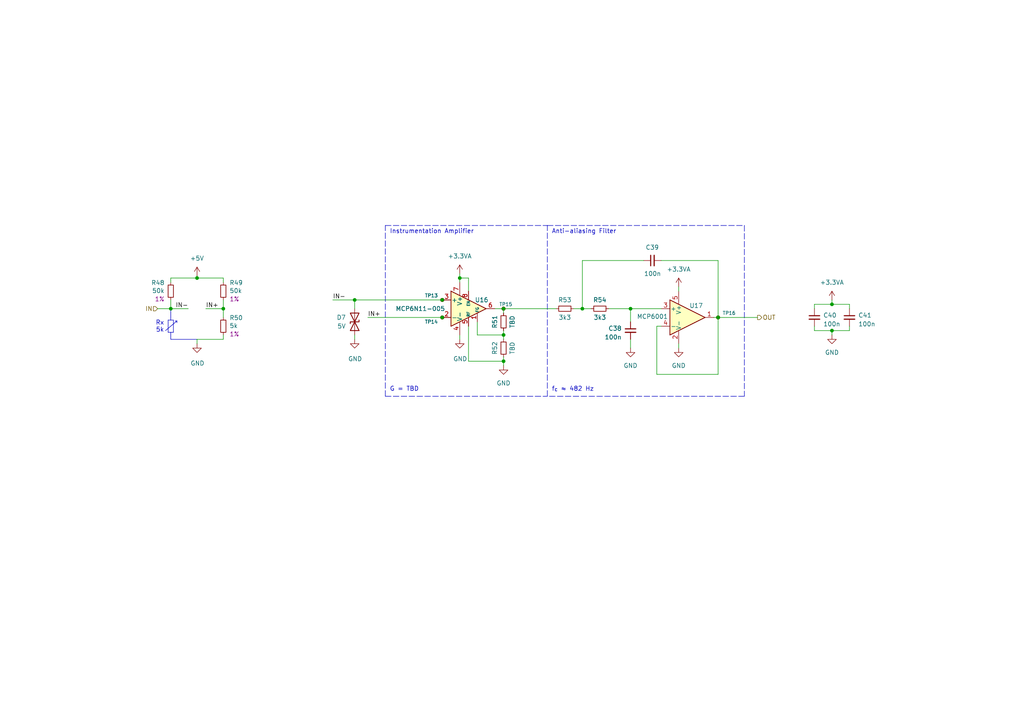
<source format=kicad_sch>
(kicad_sch (version 20231120) (generator "eeschema") (generator_version "8.0")
  (paper "A4")
  (lib_symbols
    (symbol "Amplifier_Operational:MCP6001-OT" (pin_names (offset 0.127))
      (property "Reference" "U" (at -1.27 6.35 0))
      (property "Value" "MCP6001-OT" (at -1.27 3.81 0))
      (symbol "MCP6001-OT_0_1"
        (polyline (pts (xy -5.08 5.08) (xy 5.08 0) (xy -5.08 -5.08) (xy -5.08 5.08)) (stroke (width 0.254)) (fill (type background)))
        (pin power_in line (at -2.54 -7.62 90) (length 3.81) (name "V-") (number "2"))
        (pin power_in line (at -2.54 7.62 270) (length 3.81) (name "V+") (number "5"))
      )
      (symbol "MCP6001-OT_1_1"
        (pin output line (at 7.62 0 180) (length 2.54) (name "~") (number "1"))
        (pin input line (at -7.62 2.54 0) (length 2.54) (name "+") (number "3"))
        (pin input line (at -7.62 -2.54 0) (length 2.54) (name "-") (number "4"))
      )
    )
    (symbol "Connector:TestPoint_Small" (pin_numbers hide) (pin_names (offset 0.762) hide)
      (property "Reference" "TP" (at 0 3.81 0))
      (property "Value" "TestPoint_Small" (at 0 2.032 0))
      (symbol "TestPoint_Small_0_1"
        (circle (center 0 0) (radius 0.508))
      )
      (symbol "TestPoint_Small_1_1"
        (pin passive line (at 0 0 90) (length 0) (name "1") (number "1"))
      )
    )
    (symbol "Device:C_Small" (pin_numbers hide) (pin_names (offset 0.254) hide)
      (property "Reference" "C" (at 0.254 1.778 0))
      (property "Value" "C_Small" (at 0.254 -2.032 0))
      (symbol "C_Small_0_1"
        (polyline (pts (xy -1.524 -0.508) (xy 1.524 -0.508)) (stroke (width 0.3302)))
        (polyline (pts (xy -1.524 0.508) (xy 1.524 0.508)) (stroke (width 0.3048)))
      )
      (symbol "C_Small_1_1"
        (pin passive line (at 0 2.54 270) (length 2.032) (name "~") (number "1"))
        (pin passive line (at 0 -2.54 90) (length 2.032) (name "~") (number "2"))
      )
    )
    (symbol "Device:D_TVS" (pin_numbers hide) (pin_names (offset 1.016) hide)
      (property "Reference" "D" (at 0 2.54 0))
      (property "Value" "D_TVS" (at 0 -2.54 0))
      (symbol "D_TVS_0_1"
        (polyline (pts (xy 1.27 0) (xy -1.27 0)))
        (polyline (pts (xy 0.508 1.27) (xy 0 1.27) (xy 0 -1.27) (xy -0.508 -1.27)) (stroke (width 0.254)))
        (polyline (pts (xy -2.54 1.27) (xy -2.54 -1.27) (xy 2.54 1.27) (xy 2.54 -1.27) (xy -2.54 1.27)) (stroke (width 0.254)))
      )
      (symbol "D_TVS_1_1"
        (pin passive line (at -3.81 0 0) (length 2.54) (name "A1") (number "1"))
        (pin passive line (at 3.81 0 180) (length 2.54) (name "A2") (number "2"))
      )
    )
    (symbol "Device:R_Small" (pin_numbers hide) (pin_names (offset 0.254) hide)
      (property "Reference" "R" (at 0.762 0.508 0))
      (property "Value" "R_Small" (at 0.762 -1.016 0))
      (symbol "R_Small_0_1"
        (rectangle (start -0.762 1.778) (end 0.762 -1.778) (stroke (width 0.2032)))
      )
      (symbol "R_Small_1_1"
        (pin passive line (at 0 2.54 270) (length 0.762) (name "~") (number "1"))
        (pin passive line (at 0 -2.54 90) (length 0.762) (name "~") (number "2"))
      )
    )
    (symbol "MCP6N11:MCP6N11" (pin_names (offset 0.127))
      (property "Reference" "U" (at 3.81 6.35 0))
      (property "Value" "MCP6N11-xE" (at 3.81 3.81 0))
      (symbol "MCP6N11_0_1"
        (polyline (pts (xy -5.08 5.08) (xy 5.08 0) (xy -5.08 -5.08) (xy -5.08 5.08)) (stroke (width 0.254)) (fill (type background)))
      )
      (symbol "MCP6N11_1_1"
        (pin passive line (at 2.54 -3.81 90) (length 2.54) (name "FG") (number "1"))
        (pin input line (at -7.62 -2.54 0) (length 2.54) (name "-") (number "2"))
        (pin input line (at -7.62 2.54 0) (length 2.54) (name "+") (number "3"))
        (pin power_in line (at -2.54 -7.62 90) (length 3.81) (name "V-") (number "4"))
        (pin passive line (at 0 -5.08 90) (length 2.54) (name "RF") (number "5"))
        (pin output line (at 7.62 0 180) (length 2.54) (name "~") (number "6"))
        (pin power_in line (at -2.54 7.62 270) (length 3.81) (name "V+") (number "7"))
        (pin input line (at 0 5.08 270) (length 2.54) (name "EN") (number "8"))
        (pin passive line (at -2.54 -7.62 90) (length 3.81) hide (name "EP") (number "9"))
      )
    )
    (symbol "power:+3.3VA" (power) (pin_names (offset 0))
      (property "Value" "+3.3VA" (at 0 3.556 0))
      (symbol "+3.3VA_0_1"
        (polyline (pts (xy -0.762 1.27) (xy 0 2.54)))
        (polyline (pts (xy 0 0) (xy 0 2.54)))
        (polyline (pts (xy 0 2.54) (xy 0.762 1.27)))
      )
      (symbol "+3.3VA_1_1"
        (pin power_in line (at 0 0 90) (length 0) hide (name "+3.3VA") (number "1"))
      )
    )
    (symbol "power:+5V" (power) (pin_names (offset 0))
      (property "Value" "+5V" (at 0 3.556 0))
      (symbol "+5V_0_1"
        (polyline (pts (xy -0.762 1.27) (xy 0 2.54)))
        (polyline (pts (xy 0 0) (xy 0 2.54)))
        (polyline (pts (xy 0 2.54) (xy 0.762 1.27)))
      )
      (symbol "+5V_1_1"
        (pin power_in line (at 0 0 90) (length 0) hide (name "+5V") (number "1"))
      )
    )
    (symbol "power:GND" (power) (pin_names (offset 0))
      (property "Value" "GND" (at 0 -3.81 0))
      (symbol "GND_0_1"
        (polyline (pts (xy 0 0) (xy 0 -1.27) (xy 1.27 -1.27) (xy 0 -2.54) (xy -1.27 -1.27) (xy 0 -1.27)))
      )
      (symbol "GND_1_1"
        (pin power_in line (at 0 0 270) (length 0) hide (name "GND") (number "1"))
      )
    )
  )
  (junction (at 241.3 88.265))
  (junction (at 128.27 86.995))
  (junction (at 57.15 80.645))
  (junction (at 102.87 86.995))
  (junction (at 146.05 104.775))
  (junction (at 168.91 89.535))
  (junction (at 146.05 97.155))
  (junction (at 241.3 95.885))
  (junction (at 182.88 89.535))
  (junction (at 146.05 89.535))
  (junction (at 128.27 92.075))
  (junction (at 133.35 80.645))
  (junction (at 64.77 89.535))
  (junction (at 49.53 89.535))
  (junction (at 208.28 92.075))
  (wire (pts (xy 182.88 98.425) (xy 182.88 100.965)))
  (polyline (pts (xy 111.76 65.405) (xy 158.75 65.405)) (stroke (width 0) (type dash)))
  (polyline (pts (xy 215.9 114.935) (xy 158.75 114.935)) (stroke (width 0) (type dash)))
  (polyline (pts (xy 48.768 92.837) (xy 48.768 96.393)))
  (wire (pts (xy 190.5 108.585) (xy 208.28 108.585)))
  (wire (pts (xy 182.88 89.535) (xy 182.88 93.345)))
  (wire (pts (xy 106.68 92.075) (xy 128.27 92.075)))
  (wire (pts (xy 166.37 89.535) (xy 168.91 89.535)))
  (wire (pts (xy 168.91 89.535) (xy 171.45 89.535)))
  (wire (pts (xy 49.53 80.645) (xy 57.15 80.645)))
  (wire (pts (xy 246.38 95.885) (xy 241.3 95.885)))
  (wire (pts (xy 168.91 75.565) (xy 186.69 75.565)))
  (wire (pts (xy 49.53 89.535) (xy 54.61 89.535)))
  (polyline (pts (xy 111.76 114.935) (xy 111.76 65.405)) (stroke (width 0) (type dash)))
  (wire (pts (xy 64.77 89.535) (xy 59.69 89.535)))
  (polyline (pts (xy 51.308 93.091) (xy 51.308 93.599)))
  (wire (pts (xy 102.87 86.995) (xy 128.27 86.995)))
  (wire (pts (xy 102.87 98.425) (xy 102.87 97.155)))
  (wire (pts (xy 133.35 79.375) (xy 133.35 80.645)))
  (wire (pts (xy 241.3 97.155) (xy 241.3 95.885)))
  (wire (pts (xy 146.05 103.505) (xy 146.05 104.775)))
  (wire (pts (xy 49.53 86.995) (xy 49.53 89.535)))
  (wire (pts (xy 191.77 75.565) (xy 208.28 75.565)))
  (wire (pts (xy 196.85 100.965) (xy 196.85 99.695)))
  (polyline (pts (xy 50.292 96.393) (xy 48.768 96.393)))
  (wire (pts (xy 57.15 80.01) (xy 57.15 80.645)))
  (wire (pts (xy 176.53 89.535) (xy 182.88 89.535)))
  (wire (pts (xy 64.77 89.535) (xy 64.77 92.075)))
  (polyline (pts (xy 215.9 65.405) (xy 215.9 114.935)) (stroke (width 0) (type dash)))
  (wire (pts (xy 138.43 97.155) (xy 146.05 97.155)))
  (polyline (pts (xy 50.292 92.837) (xy 50.292 96.393)))
  (polyline (pts (xy 50.8 93.091) (xy 51.308 93.091)))
  (wire (pts (xy 208.28 75.565) (xy 208.28 92.075)))
  (wire (pts (xy 246.38 89.535) (xy 246.38 88.265)))
  (wire (pts (xy 196.85 83.185) (xy 196.85 84.455)))
  (wire (pts (xy 133.35 98.425) (xy 133.35 97.155)))
  (wire (pts (xy 191.77 94.615) (xy 190.5 94.615)))
  (wire (pts (xy 133.35 80.645) (xy 135.89 80.645)))
  (wire (pts (xy 241.3 88.265) (xy 241.3 86.995)))
  (wire (pts (xy 96.52 86.995) (xy 102.87 86.995)))
  (wire (pts (xy 49.53 80.645) (xy 49.53 81.915)))
  (wire (pts (xy 236.22 88.265) (xy 236.22 89.535)))
  (wire (pts (xy 64.77 97.155) (xy 64.77 98.425)))
  (wire (pts (xy 236.22 88.265) (xy 241.3 88.265)))
  (wire (pts (xy 208.28 108.585) (xy 208.28 92.075)))
  (wire (pts (xy 208.28 92.075) (xy 219.71 92.075)))
  (polyline (pts (xy 49.53 89.916) (xy 49.53 92.837)))
  (wire (pts (xy 102.87 89.535) (xy 102.87 86.995)))
  (wire (pts (xy 208.28 92.075) (xy 207.01 92.075)))
  (wire (pts (xy 146.05 89.535) (xy 146.05 90.805)))
  (wire (pts (xy 64.77 86.995) (xy 64.77 89.535)))
  (wire (pts (xy 57.15 80.645) (xy 64.77 80.645)))
  (wire (pts (xy 246.38 94.615) (xy 246.38 95.885)))
  (polyline (pts (xy 158.75 114.935) (xy 158.75 65.405)) (stroke (width 0) (type dash)))
  (wire (pts (xy 133.35 80.645) (xy 133.35 81.915)))
  (wire (pts (xy 146.05 95.885) (xy 146.05 97.155)))
  (wire (pts (xy 236.22 95.885) (xy 241.3 95.885)))
  (polyline (pts (xy 51.308 93.091) (xy 48.006 95.885)))
  (wire (pts (xy 190.5 94.615) (xy 190.5 108.585)))
  (wire (pts (xy 236.22 94.615) (xy 236.22 95.885)))
  (wire (pts (xy 57.15 98.425) (xy 64.77 98.425)))
  (polyline (pts (xy 111.76 114.935) (xy 158.75 114.935)) (stroke (width 0) (type dash)))
  (polyline (pts (xy 57.15 98.425) (xy 49.53 98.425)))
  (wire (pts (xy 64.77 80.645) (xy 64.77 81.915)))
  (polyline (pts (xy 158.75 65.405) (xy 215.9 65.405)) (stroke (width 0) (type dash)))
  (wire (pts (xy 45.72 89.535) (xy 49.53 89.535)))
  (wire (pts (xy 168.91 75.565) (xy 168.91 89.535)))
  (wire (pts (xy 246.38 88.265) (xy 241.3 88.265)))
  (polyline (pts (xy 49.53 96.393) (xy 49.53 98.425)))
  (polyline (pts (xy 48.768 92.837) (xy 50.292 92.837)))
  (wire (pts (xy 135.89 94.615) (xy 135.89 104.775)))
  (wire (pts (xy 143.51 89.535) (xy 146.05 89.535)))
  (wire (pts (xy 146.05 97.155) (xy 146.05 98.425)))
  (wire (pts (xy 182.88 89.535) (xy 191.77 89.535)))
  (wire (pts (xy 138.43 93.345) (xy 138.43 97.155)))
  (wire (pts (xy 57.15 98.425) (xy 57.15 99.695)))
  (wire (pts (xy 146.05 89.535) (xy 161.29 89.535)))
  (wire (pts (xy 135.89 80.645) (xy 135.89 84.455)))
  (wire (pts (xy 146.05 104.775) (xy 146.05 106.045)))
  (wire (pts (xy 135.89 104.775) (xy 146.05 104.775)))
  (text "G = TBD" (at 113.03 113.665 0) (effects (font (size 1.27 1.27)) (justify left bottom)))
  (text "f_{c} ≈ 482 Hz" (at 160.02 113.665 0) (effects (font (size 1.27 1.27)) (justify left bottom)))
  (text "Instrumentation Amplifier" (at 113.03 67.945 0) (effects (font (size 1.27 1.27)) (justify left bottom)))
  (text "Rx\n5k" (at 47.625 96.52 0) (effects (font (size 1.27 1.27)) (justify right bottom)))
  (text "Anti-aliasing Filter" (at 160.02 67.945 0) (effects (font (size 1.27 1.27)) (justify left bottom)))
  (label "IN-" (at 54.61 89.535 180))
  (label "IN+" (at 106.68 92.075 0))
  (label "IN+" (at 59.69 89.535 0))
  (label "IN-" (at 96.52 86.995 0))
  (hierarchical_label "OUT" (shape output) (at 219.71 92.075 0))
  (hierarchical_label "IN" (shape input) (at 45.72 89.535 180))
  (symbol (lib_id "Device:R_Small") (at 146.05 93.345 180) (unit 1)
    (property "Reference" "R51" (at 143.51 93.345 90))
    (property "Value" "TBD" (at 148.59 93.345 90))
    (property "Footprint" "Resistor_SMD:R_0603_1608Metric" (effects (hide yes)))
    (instances (project "PUTM_EV_Frontbox_2023" (path "" (reference "R51") (unit 1)) (path "" (reference "R76") (unit 1)) (path "" (reference "R83") (unit 1)) (path "" (reference "R97") (unit 1)) (path "" (reference "R18") (unit 1)) (path "" (reference "R90") (unit 1))))
  )
  (symbol (lib_id "Connector:TestPoint_Small") (at 128.27 86.995 0) (unit 1)
    (property "Reference" "TP13" (at 123.19 85.725 0) (effects (font (size 1 1)) (justify left)))
    (property "Value" "TestPoint_Small" (effects (hide yes)))
    (property "Footprint" "TestPoint:TestPoint_Pad_D1.0mm" (effects (hide yes)))
    (instances (project "PUTM_EV_Frontbox_2023" (path "" (reference "TP13") (unit 1)) (path "" (reference "TP29") (unit 1)) (path "" (reference "TP33") (unit 1)) (path "" (reference "TP41") (unit 1)) (path "" (reference "TP5") (unit 1)) (path "" (reference "TP37") (unit 1))))
  )
  (symbol (lib_id "power:GND") (at 182.88 100.965 0) (unit 1)
    (property "Reference" "#PWR0126" (effects (hide yes)))
    (property "Value" "GND" (at 182.88 106.045 0))
    (instances (project "PUTM_EV_Frontbox_2023" (path "" (reference "#PWR0126") (unit 1)) (path "" (reference "#PWR0159") (unit 1)) (path "" (reference "#PWR0170") (unit 1)) (path "" (reference "#PWR0192") (unit 1)) (path "" (reference "#PWR072") (unit 1)) (path "" (reference "#PWR0181") (unit 1))))
  )
  (symbol (lib_id "power:GND") (at 196.85 100.965 0) (unit 1)
    (property "Reference" "#PWR0128" (effects (hide yes)))
    (property "Value" "GND" (at 196.85 106.045 0))
    (instances (project "PUTM_EV_Frontbox_2023" (path "" (reference "#PWR0128") (unit 1)) (path "" (reference "#PWR0161") (unit 1)) (path "" (reference "#PWR0172") (unit 1)) (path "" (reference "#PWR0194") (unit 1)) (path "" (reference "#PWR074") (unit 1)) (path "" (reference "#PWR0183") (unit 1))))
  )
  (symbol (lib_id "power:GND") (at 102.87 98.425 0) (unit 1)
    (property "Reference" "#PWR0122" (effects (hide yes)))
    (property "Value" "GND" (at 102.997 104.0892 0))
    (instances (project "PUTM_EV_Frontbox_2023" (path "" (reference "#PWR0122") (unit 1)) (path "" (reference "#PWR0155") (unit 1)) (path "" (reference "#PWR0166") (unit 1)) (path "" (reference "#PWR0188") (unit 1)) (path "" (reference "#PWR068") (unit 1)) (path "" (reference "#PWR0177") (unit 1))))
  )
  (symbol (lib_id "Device:R_Small") (at 64.77 84.455 0) (unit 1)
    (property "Reference" "R49" (at 66.548 82.0166 0) (effects (justify left)))
    (property "Value" "50k" (at 66.548 84.328 0) (effects (justify left)))
    (property "Footprint" "Resistor_SMD:R_0603_1608Metric" (effects (hide yes)))
    (property "Tolerance" "1%" (at 66.548 86.741 0) (effects (justify left)))
    (instances (project "PUTM_EV_Frontbox_2023" (path "" (reference "R49") (unit 1)) (path "" (reference "R74") (unit 1)) (path "" (reference "R81") (unit 1)) (path "" (reference "R95") (unit 1)) (path "" (reference "R16") (unit 1)) (path "" (reference "R88") (unit 1))))
  )
  (symbol (lib_id "Device:R_Small") (at 163.83 89.535 90) (unit 1)
    (property "Reference" "R53" (at 163.83 86.995 90))
    (property "Value" "3k3" (at 163.83 92.075 90))
    (property "Footprint" "Resistor_SMD:R_0603_1608Metric" (effects (hide yes)))
    (instances (project "PUTM_EV_Frontbox_2023" (path "" (reference "R53") (unit 1)) (path "" (reference "R78") (unit 1)) (path "" (reference "R85") (unit 1)) (path "" (reference "R99") (unit 1)) (path "" (reference "R20") (unit 1)) (path "" (reference "R92") (unit 1))))
  )
  (symbol (lib_id "Device:R_Small") (at 64.77 94.615 0) (unit 1)
    (property "Reference" "R50" (at 66.548 92.1766 0) (effects (justify left)))
    (property "Value" "5k" (at 66.548 94.488 0) (effects (justify left)))
    (property "Footprint" "Resistor_SMD:R_0603_1608Metric" (effects (hide yes)))
    (property "Tolerance" "1%" (at 66.548 96.901 0) (effects (justify left)))
    (instances (project "PUTM_EV_Frontbox_2023" (path "" (reference "R50") (unit 1)) (path "" (reference "R75") (unit 1)) (path "" (reference "R82") (unit 1)) (path "" (reference "R96") (unit 1)) (path "" (reference "R17") (unit 1)) (path "" (reference "R89") (unit 1))))
  )
  (symbol (lib_id "power:GND") (at 133.35 98.425 0) (unit 1)
    (property "Reference" "#PWR0124" (effects (hide yes)))
    (property "Value" "GND" (at 133.477 104.0892 0))
    (instances (project "PUTM_EV_Frontbox_2023" (path "" (reference "#PWR0124") (unit 1)) (path "" (reference "#PWR0157") (unit 1)) (path "" (reference "#PWR0168") (unit 1)) (path "" (reference "#PWR0190") (unit 1)) (path "" (reference "#PWR070") (unit 1)) (path "" (reference "#PWR0179") (unit 1))))
  )
  (symbol (lib_id "MCP6N11:MCP6N11") (at 135.89 89.535 0) (unit 1)
    (property "Reference" "U16" (at 139.7 86.995 0))
    (property "Value" "MCP6N11-005" (at 121.92 89.535 0))
    (property "Footprint" "Package_DFN_QFN:TDFN-8-1EP_3x2mm_P0.5mm_EP1.80x1.65mm" (effects (hide yes)))
    (property "Datasheet" "https://ww1.microchip.com/downloads/en/DeviceDoc/25073A.pdf" (effects (hide yes)))
    (instances (project "PUTM_EV_Frontbox_2023" (path "" (reference "U16") (unit 1)) (path "" (reference "U23") (unit 1)) (path "" (reference "U25") (unit 1)) (path "" (reference "U29") (unit 1)) (path "" (reference "U9") (unit 1)) (path "" (reference "U27") (unit 1))))
  )
  (symbol (lib_id "Amplifier_Operational:MCP6001-OT") (at 199.39 92.075 0) (unit 1)
    (property "Reference" "U17" (at 201.93 88.6461 0))
    (property "Value" "MCP6001" (at 189.23 91.805 0))
    (property "Footprint" "Package_TO_SOT_SMD:SOT-23-5" (effects (hide yes)))
    (property "Datasheet" "https://ww1.microchip.com/downloads/en/DeviceDoc/MCP6001-1R-1U-2-4-1-MHz-Low-Power-Op-Amp-DS20001733L.pdf" (effects (hide yes)))
    (instances (project "PUTM_EV_Frontbox_2023" (path "" (reference "U17") (unit 1)) (path "" (reference "U24") (unit 1)) (path "" (reference "U26") (unit 1)) (path "" (reference "U30") (unit 1)) (path "" (reference "U10") (unit 1)) (path "" (reference "U28") (unit 1))))
  )
  (symbol (lib_id "Connector:TestPoint_Small") (at 128.27 92.075 0) (mirror x) (unit 1)
    (property "Reference" "TP14" (at 123.19 93.345 0) (effects (font (size 1 1)) (justify left)))
    (property "Value" "TestPoint_Small" (effects (hide yes)))
    (property "Footprint" "TestPoint:TestPoint_Pad_D1.0mm" (effects (hide yes)))
    (instances (project "PUTM_EV_Frontbox_2023" (path "" (reference "TP14") (unit 1)) (path "" (reference "TP30") (unit 1)) (path "" (reference "TP34") (unit 1)) (path "" (reference "TP42") (unit 1)) (path "" (reference "TP6") (unit 1)) (path "" (reference "TP38") (unit 1))))
  )
  (symbol (lib_id "power:+3.3VA") (at 241.3 86.995 0) (unit 1)
    (property "Reference" "#PWR0129" (effects (hide yes)))
    (property "Value" "+3.3VA" (at 241.3 81.915 0))
    (instances (project "PUTM_EV_Frontbox_2023" (path "" (reference "#PWR0129") (unit 1)) (path "" (reference "#PWR0162") (unit 1)) (path "" (reference "#PWR0173") (unit 1)) (path "" (reference "#PWR0195") (unit 1)) (path "" (reference "#PWR075") (unit 1)) (path "" (reference "#PWR0184") (unit 1))))
  )
  (symbol (lib_id "power:GND") (at 57.15 99.695 0) (unit 1)
    (property "Reference" "#PWR0121" (effects (hide yes)))
    (property "Value" "GND" (at 57.277 105.3592 0))
    (instances (project "PUTM_EV_Frontbox_2023" (path "" (reference "#PWR0121") (unit 1)) (path "" (reference "#PWR0154") (unit 1)) (path "" (reference "#PWR0165") (unit 1)) (path "" (reference "#PWR0187") (unit 1)) (path "" (reference "#PWR067") (unit 1)) (path "" (reference "#PWR0176") (unit 1))))
  )
  (symbol (lib_id "Connector:TestPoint_Small") (at 208.28 92.075 0) (unit 1)
    (property "Reference" "TP16" (at 209.55 90.805 0) (effects (font (size 1 1)) (justify left)))
    (property "Value" "TestPoint_Small" (effects (hide yes)))
    (property "Footprint" "TestPoint:TestPoint_Pad_D1.0mm" (effects (hide yes)))
    (instances (project "PUTM_EV_Frontbox_2023" (path "" (reference "TP16") (unit 1)) (path "" (reference "TP32") (unit 1)) (path "" (reference "TP36") (unit 1)) (path "" (reference "TP44") (unit 1)) (path "" (reference "TP8") (unit 1)) (path "" (reference "TP40") (unit 1))))
  )
  (symbol (lib_id "Device:R_Small") (at 146.05 100.965 180) (unit 1)
    (property "Reference" "R52" (at 143.51 100.965 90))
    (property "Value" "TBD" (at 148.59 100.965 90))
    (property "Footprint" "Resistor_SMD:R_0603_1608Metric" (effects (hide yes)))
    (instances (project "PUTM_EV_Frontbox_2023" (path "" (reference "R52") (unit 1)) (path "" (reference "R77") (unit 1)) (path "" (reference "R84") (unit 1)) (path "" (reference "R98") (unit 1)) (path "" (reference "R19") (unit 1)) (path "" (reference "R91") (unit 1))))
  )
  (symbol (lib_id "power:GND") (at 241.3 97.155 0) (unit 1)
    (property "Reference" "#PWR0130" (effects (hide yes)))
    (property "Value" "GND" (at 241.3 102.235 0))
    (instances (project "PUTM_EV_Frontbox_2023" (path "" (reference "#PWR0130") (unit 1)) (path "" (reference "#PWR0163") (unit 1)) (path "" (reference "#PWR0174") (unit 1)) (path "" (reference "#PWR0196") (unit 1)) (path "" (reference "#PWR076") (unit 1)) (path "" (reference "#PWR0185") (unit 1))))
  )
  (symbol (lib_id "Device:R_Small") (at 173.99 89.535 90) (unit 1)
    (property "Reference" "R54" (at 173.99 86.995 90))
    (property "Value" "3k3" (at 173.99 92.075 90))
    (property "Footprint" "Resistor_SMD:R_0603_1608Metric" (effects (hide yes)))
    (instances (project "PUTM_EV_Frontbox_2023" (path "" (reference "R54") (unit 1)) (path "" (reference "R79") (unit 1)) (path "" (reference "R86") (unit 1)) (path "" (reference "R100") (unit 1)) (path "" (reference "R21") (unit 1)) (path "" (reference "R93") (unit 1))))
  )
  (symbol (lib_id "Device:C_Small") (at 189.23 75.565 90) (unit 1)
    (property "Reference" "C39" (at 191.1413 71.755 90) (effects (justify left)))
    (property "Value" "100n" (at 191.77 79.375 90) (effects (justify left)))
    (property "Footprint" "Capacitor_SMD:C_0603_1608Metric" (effects (hide yes)))
    (instances (project "PUTM_EV_Frontbox_2023" (path "" (reference "C39") (unit 1)) (path "" (reference "C54") (unit 1)) (path "" (reference "C58") (unit 1)) (path "" (reference "C66") (unit 1)) (path "" (reference "C30") (unit 1)) (path "" (reference "C62") (unit 1))))
  )
  (symbol (lib_id "power:+3.3VA") (at 133.35 79.375 0) (unit 1)
    (property "Reference" "#PWR0123" (effects (hide yes)))
    (property "Value" "+3.3VA" (at 133.35 74.295 0))
    (instances (project "PUTM_EV_Frontbox_2023" (path "" (reference "#PWR0123") (unit 1)) (path "" (reference "#PWR0156") (unit 1)) (path "" (reference "#PWR0167") (unit 1)) (path "" (reference "#PWR0189") (unit 1)) (path "" (reference "#PWR069") (unit 1)) (path "" (reference "#PWR0178") (unit 1))))
  )
  (symbol (lib_id "Device:C_Small") (at 182.88 95.885 0) (mirror y) (unit 1)
    (property "Reference" "C38" (at 180.34 95.2563 0) (effects (justify left)))
    (property "Value" "100n" (at 180.34 97.7963 0) (effects (justify left)))
    (property "Footprint" "Capacitor_SMD:C_0603_1608Metric" (effects (hide yes)))
    (instances (project "PUTM_EV_Frontbox_2023" (path "" (reference "C38") (unit 1)) (path "" (reference "C53") (unit 1)) (path "" (reference "C57") (unit 1)) (path "" (reference "C65") (unit 1)) (path "" (reference "C29") (unit 1)) (path "" (reference "C61") (unit 1))))
  )
  (symbol (lib_id "power:+3.3VA") (at 196.85 83.185 0) (unit 1)
    (property "Reference" "#PWR0127" (effects (hide yes)))
    (property "Value" "+3.3VA" (at 196.85 78.105 0))
    (instances (project "PUTM_EV_Frontbox_2023" (path "" (reference "#PWR0127") (unit 1)) (path "" (reference "#PWR0160") (unit 1)) (path "" (reference "#PWR0171") (unit 1)) (path "" (reference "#PWR0193") (unit 1)) (path "" (reference "#PWR073") (unit 1)) (path "" (reference "#PWR0182") (unit 1))))
  )
  (symbol (lib_id "Device:D_TVS") (at 102.87 93.345 270) (mirror x) (unit 1)
    (property "Reference" "D7" (at 100.33 92.075 90) (effects (justify right)))
    (property "Value" "5V" (at 100.33 94.615 90) (effects (justify right)))
    (property "Footprint" "Diode_SMD:D_SOD-523" (effects (hide yes)))
    (property "Datasheet" "https://www.mouser.pl/datasheet/2/916/PESD5V0V1BB_Q-3081435.pdf" (effects (hide yes)))
    (property "Component" "PESD5V0V1BB-QX" (effects (hide yes)))
    (instances (project "PUTM_EV_Frontbox_2023" (path "" (reference "D7") (unit 1)) (path "" (reference "D10") (unit 1)) (path "" (reference "D11") (unit 1)) (path "" (reference "D13") (unit 1)) (path "" (reference "D5") (unit 1)) (path "" (reference "D12") (unit 1))))
  )
  (symbol (lib_id "Device:R_Small") (at 49.53 84.455 0) (mirror y) (unit 1)
    (property "Reference" "R48" (at 47.752 82.0166 0) (effects (justify left)))
    (property "Value" "50k" (at 47.752 84.328 0) (effects (justify left)))
    (property "Footprint" "Resistor_SMD:R_0603_1608Metric" (effects (hide yes)))
    (property "Tolerance" "1%" (at 47.752 86.741 0) (effects (justify left)))
    (instances (project "PUTM_EV_Frontbox_2023" (path "" (reference "R48") (unit 1)) (path "" (reference "R73") (unit 1)) (path "" (reference "R80") (unit 1)) (path "" (reference "R94") (unit 1)) (path "" (reference "R15") (unit 1)) (path "" (reference "R87") (unit 1))))
  )
  (symbol (lib_id "Connector:TestPoint_Small") (at 146.05 89.535 0) (unit 1)
    (property "Reference" "TP15" (at 144.78 88.265 0) (effects (font (size 1 1)) (justify left)))
    (property "Value" "TestPoint_Small" (effects (hide yes)))
    (property "Footprint" "TestPoint:TestPoint_Pad_D1.0mm" (effects (hide yes)))
    (instances (project "PUTM_EV_Frontbox_2023" (path "" (reference "TP15") (unit 1)) (path "" (reference "TP31") (unit 1)) (path "" (reference "TP35") (unit 1)) (path "" (reference "TP43") (unit 1)) (path "" (reference "TP7") (unit 1)) (path "" (reference "TP39") (unit 1))))
  )
  (symbol (lib_id "Device:C_Small") (at 246.38 92.075 0) (unit 1)
    (property "Reference" "C41" (at 248.92 91.4463 0) (effects (justify left)))
    (property "Value" "100n" (at 248.92 93.9863 0) (effects (justify left)))
    (property "Footprint" "Capacitor_SMD:C_0402_1005Metric_Pad0.74x0.62mm_HandSolder" (effects (hide yes)))
    (instances (project "PUTM_EV_Frontbox_2023" (path "" (reference "C41") (unit 1)) (path "" (reference "C56") (unit 1)) (path "" (reference "C60") (unit 1)) (path "" (reference "C68") (unit 1)) (path "" (reference "C32") (unit 1)) (path "" (reference "C64") (unit 1))))
  )
  (symbol (lib_id "power:+5V") (at 57.15 80.01 0) (unit 1)
    (property "Reference" "#PWR0164" (effects (hide yes)))
    (property "Value" "+5V" (at 57.15 74.93 0))
    (instances (project "PUTM_EV_Frontbox_2023" (path "" (reference "#PWR0120") (unit 1)) (path "" (reference "#PWR0153") (unit 1)) (path "" (reference "#PWR0164") (unit 1)) (path "" (reference "#PWR0186") (unit 1)) (path "" (reference "#PWR066") (unit 1)) (path "" (reference "#PWR0175") (unit 1))))
  )
  (symbol (lib_id "power:GND") (at 146.05 106.045 0) (unit 1)
    (property "Reference" "#PWR0125" (effects (hide yes)))
    (property "Value" "GND" (at 146.05 111.125 0))
    (instances (project "PUTM_EV_Frontbox_2023" (path "" (reference "#PWR0125") (unit 1)) (path "" (reference "#PWR0158") (unit 1)) (path "" (reference "#PWR0169") (unit 1)) (path "" (reference "#PWR0191") (unit 1)) (path "" (reference "#PWR071") (unit 1)) (path "" (reference "#PWR0180") (unit 1))))
  )
  (symbol (lib_id "Device:C_Small") (at 236.22 92.075 0) (unit 1)
    (property "Reference" "C40" (at 238.76 91.4463 0) (effects (justify left)))
    (property "Value" "100n" (at 238.76 93.9863 0) (effects (justify left)))
    (property "Footprint" "Capacitor_SMD:C_0603_1608Metric" (effects (hide yes)))
    (instances (project "PUTM_EV_Frontbox_2023" (path "" (reference "C40") (unit 1)) (path "" (reference "C55") (unit 1)) (path "" (reference "C59") (unit 1)) (path "" (reference "C67") (unit 1)) (path "" (reference "C31") (unit 1)) (path "" (reference "C63") (unit 1))))
  )
)
</source>
